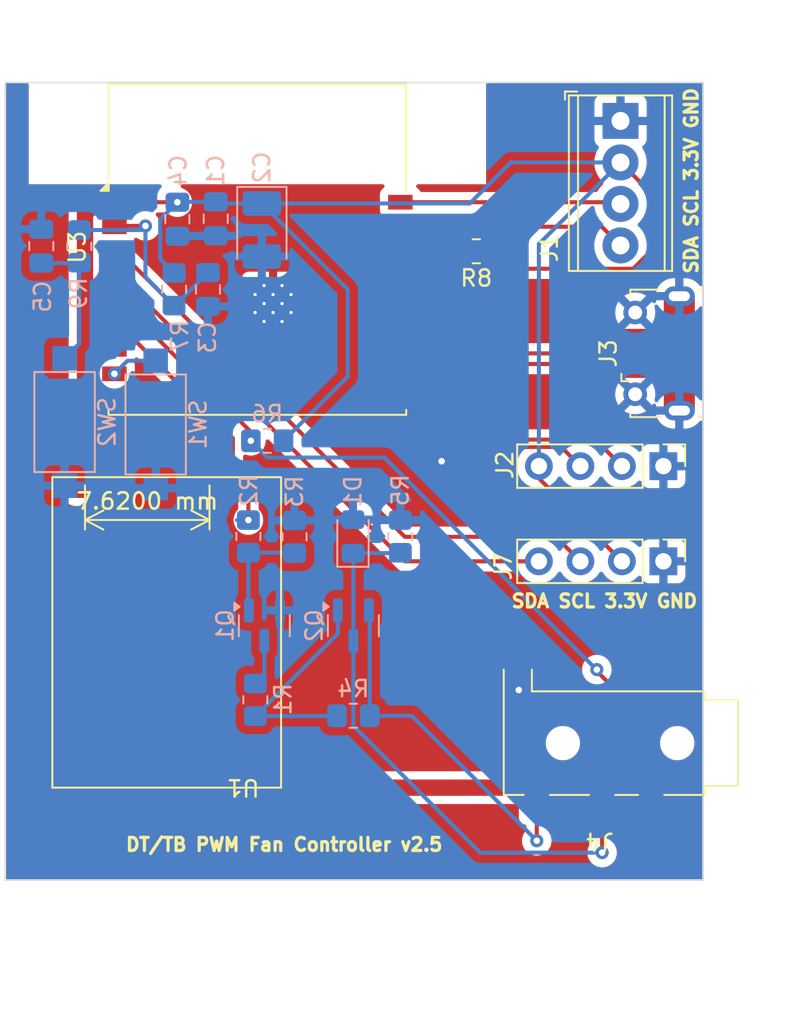
<source format=kicad_pcb>
(kicad_pcb (version 20240108) (generator "pcbnew") (generator_version "8.0")
  (layers (0 "F.Cu" signal) (31 "B.Cu" signal) (34 "B.Paste" user) (35 "F.Paste" user) (36 "B.SilkS" user "B.Silkscreen") (37 "F.SilkS" user "F.Silkscreen") (38 "B.Mask" user) (39 "F.Mask" user) (44 "Edge.Cuts" user))
  (net 0 "")
  (net 1 "Net-(D1-K)")
  (net 2 "GND")
  (net 3 "+10V")
  (net 4 "+3V3")
  (net 5 "EN")
  (net 6 "GPIO_PWM")
  (net 9 "Net-(C5-Pad1)")
  (net 10 "Net-(J2-Pin_3)")
  (net 11 "Tacho")
  (net 12 "Net-(J2-Pin_2)")
  (net 14 "GPIO18")
  (net 15 "GPIO19")
  (net 16 "Net-(Q1-B)")
  (net 17 "Net-(Q1-C)")
  (net 18 "Net-(Q2-G)")
  (net 19 "Net-(J1-Pin_3)")
  (net 20 "Net-(J1-Pin_4)")
  (net 21 "SCD41_SCL")
  (net 22 "SCD41_SCA")
  (net 23 "+5V")
  (net 24 "Net-(U3-IO2)")
  (net 25 "Net-(U3-IO9)")
  (footprint "TerminalBlock_Phoenix:TerminalBlock_Phoenix_MPT-0,5-4-2.54_1x04_P2.54mm_Horizontal" (layer "F.Cu") (at 110.675 48.35 -90)
    (property "Reference" "J1" (at 7.78 4.35 90) (layer "F.SilkS"))
    (property "Value" "Screw_Terminal_01x04")
    (fp_line (start -1.8 3.4) (end -1.3 3.4) (stroke (width 0.12)) (layer "F.SilkS"))
    (fp_line (start -1.56 3.16) (end 9.18 3.16) (stroke (width 0.12)) (layer "F.SilkS"))
    (fp_line (start -1.8 2.66) (end -1.8 3.4) (stroke (width 0.12)) (layer "F.SilkS"))
    (fp_line (start -1.56 2.6) (end 9.18 2.6) (stroke (width 0.12)) (layer "F.SilkS"))
    (fp_line (start -1.56 -2.7) (end 9.18 -2.7) (stroke (width 0.12)) (layer "F.SilkS"))
    (fp_line (start -1.56 -3.16) (end -1.56 3.16) (stroke (width 0.12)) (layer "F.SilkS"))
    (fp_line (start -1.56 -3.16) (end 9.18 -3.16) (stroke (width 0.12)) (layer "F.SilkS"))
    (fp_line (start 9.18 -3.16) (end 9.18 3.16) (stroke (width 0.12)) (layer "F.SilkS"))
    (pad "1" thru_hole rect (at 0 0 270) (size 2.2 2.2) (drill 1.1) (layers "*.Cu" "*.Mask") (net 2 "GND"))
    (pad "2" thru_hole circle (at 2.54 0 270) (size 2.2 2.2) (drill 1.1) (layers "*.Cu" "*.Mask") (net 4 "+3V3"))
    (pad "3" thru_hole circle (at 5.08 0 270) (size 2.2 2.2) (drill 1.1) (layers "*.Cu" "*.Mask") (net 19 "Net-(J1-Pin_3)"))
    (pad "4" thru_hole circle (at 7.62 0 270) (size 2.2 2.2) (drill 1.1) (layers "*.Cu" "*.Mask") (net 20 "Net-(J1-Pin_4)"))
  )
  (footprint "Connector_PinHeader_2.54mm:PinHeader_1x04_P2.54mm_Vertical" (layer "F.Cu") (at 113.3 75.3 -90)
    (property "Reference" "J7" (at 0.3 9.8 90) (layer "F.SilkS"))
    (property "Value" "Conn_01x04")
    (fp_line (start -1.33 8.95) (end 1.33 8.95) (stroke (width 0.12)) (layer "F.SilkS"))
    (fp_line (start -1.33 1.27) (end -1.33 8.95) (stroke (width 0.12)) (layer "F.SilkS"))
    (fp_line (start -1.33 1.27) (end 1.33 1.27) (stroke (width 0.12)) (layer "F.SilkS"))
    (fp_line (start 1.33 1.27) (end 1.33 8.95) (stroke (width 0.12)) (layer "F.SilkS"))
    (fp_line (start -1.33 0) (end -1.33 -1.33) (stroke (width 0.12)) (layer "F.SilkS"))
    (fp_line (start -1.33 -1.33) (end 0 -1.33) (stroke (width 0.12)) (layer "F.SilkS"))
    (pad "1" thru_hole rect (at 0 0 270) (size 1.7 1.7) (drill 1) (layers "*.Cu" "*.Mask") (net 2 "GND"))
    (pad "2" thru_hole oval (at 0 2.54 270) (size 1.7 1.7) (drill 1) (layers "*.Cu" "*.Mask") (net 4 "+3V3"))
    (pad "3" thru_hole oval (at 0 5.08 270) (size 1.7 1.7) (drill 1) (layers "*.Cu" "*.Mask") (net 21 "SCD41_SCL"))
    (pad "4" thru_hole oval (at 0 7.62 270) (size 1.7 1.7) (drill 1) (layers "*.Cu" "*.Mask") (net 22 "SCD41_SCA"))
  )
  (footprint "Connector_Audio:Jack_3.5mm_KoreanHropartsElec_PJ-320D-4A_Horizontal" (layer "F.Cu") (at 109.4 86.425 180)
    (property "Reference" "J4" (at 0 -6 180) (layer "F.SilkS"))
    (property "Value" "AudioJack4")
    (fp_line (start 5.87 -3.17) (end 5.87 4.5) (stroke (width 0.12)) (layer "F.SilkS"))
    (fp_line (start 5.87 -3.17) (end 4.65 -3.17) (stroke (width 0.12)) (layer "F.SilkS"))
    (fp_line (start 4.15 4.5) (end 4.15 3.17) (stroke (width 0.12)) (layer "F.SilkS"))
    (fp_line (start 4.15 3.17) (end -6.47 3.17) (stroke (width 0.12)) (layer "F.SilkS"))
    (fp_line (start 0.65 -3.17) (end 3.05 -3.17) (stroke (width 0.12)) (layer "F.SilkS"))
    (fp_line (start -2.35 -3.17) (end -0.95 -3.17) (stroke (width 0.12)) (layer "F.SilkS"))
    (fp_line (start -6.47 3.17) (end -6.47 2.62) (stroke (width 0.12)) (layer "F.SilkS"))
    (fp_line (start -6.47 2.62) (end -8.47 2.62) (stroke (width 0.12)) (layer "F.SilkS"))
    (fp_line (start -6.47 -2.62) (end -6.47 -3.17) (stroke (width 0.12)) (layer "F.SilkS"))
    (fp_line (start -6.47 -3.17) (end -3.95 -3.17) (stroke (width 0.12)) (layer "F.SilkS"))
    (fp_line (start -8.47 2.62) (end -8.47 -2.62) (stroke (width 0.12)) (layer "F.SilkS"))
    (fp_line (start -8.47 -2.62) (end -6.47 -2.62) (stroke (width 0.12)) (layer "F.SilkS"))
    (pad "" np_thru_hole circle (at -4.75 0 180) (size 1.6 1.6) (drill 1.6) (layers "F&B.Cu" "*.Mask"))
    (pad "" np_thru_hole circle (at 2.25 0 180) (size 1.6 1.6) (drill 1.6) (layers "F&B.Cu" "*.Mask"))
    (pad "R1" smd rect (at -0.15 -3.25 180) (size 1.2 2.5) (layers "F.Cu" "F.Paste" "F.Mask") (net 1 "Net-(D1-K)"))
    (pad "R2" smd rect (at -3.15 -3.25 180) (size 1.2 2.5) (layers "F.Cu" "F.Paste" "F.Mask") (net 11 "Tacho"))
    (pad "S" smd rect (at 4.95 3.25 180) (size 1.2 2.5) (layers "F.Cu" "F.Paste" "F.Mask") (net 2 "GND"))
    (pad "T" smd rect (at 3.85 -3.25 180) (size 1.2 2.5) (layers "F.Cu" "F.Paste" "F.Mask") (net 3 "+10V"))
  )
  (footprint "A_LOCAL_LIBS:Buck-Boost-Converter-Board-3.3V" (layer "F.Cu") (at 89.9 89.15 180)
    (property "Reference" "U1" (at 2.325 0 180) (layer "F.SilkS"))
    (property "Value" "~")
    (fp_rect (start 0 0) (end 14 19) (stroke (width 0.12)) (fill none) (layer "F.SilkS"))
    (dimension (type aligned) (layer "F.SilkS") (pts (xy 85.52 70.15) (xy 77.9 70.15)) (height -2.62) (gr_text "7.6200 mm" (at 81.71 71.62 0) (layer "F.SilkS") (effects (font (size 1 1) (thickness 0.15)))) (format (prefix "") (suffix "") (units 3) (units_format 1) (precision 4)) (style (thickness 0.12) (arrow_length 1.27) (text_position_mode 0) (extension_height 0.58642) (extension_offset 0.5) keep_text_aligned))
    (pad "1" smd roundrect (at 1.75 0 180) (size 2 2.54) (layers "F.Cu" "F.Paste" "F.Mask") (net 3 "+10V"))
    (pad "2" smd roundrect (at 4.38 0 180) (size 2 2.54) (layers "F.Cu" "F.Paste" "F.Mask") (net 3 "+10V"))
    (pad "3" smd roundrect (at 12 0 180) (size 2 2.54) (layers "F.Cu" "F.Paste" "F.Mask") (net 2 "GND"))
    (pad "4" smd roundrect (at 4.38 19 180) (size 2 2.54) (layers "F.Cu" "F.Paste" "F.Mask") (net 2 "GND"))
    (pad "5" smd roundrect (at 12 19 180) (size 2 2.54) (layers "F.Cu" "F.Paste" "F.Mask") (net 4 "+3V3"))
  )
  (footprint "Connector_USB:USB_Micro-B_Molex-105017-0001" (layer "F.Cu") (at 113.0375 62.575 90)
    (property "Reference" "J3" (at 0 -3.1125 90) (layer "F.SilkS"))
    (property "Value" "USB_OTG")
    (fp_line (start -1.7 -2.3125) (end -1.25 -2.3125) (stroke (width 0.12)) (layer "F.SilkS"))
    (fp_line (start -1.7 -2.3125) (end -1.7 -1.8625) (stroke (width 0.12)) (layer "F.SilkS"))
    (fp_line (start 3.9 -1.7625) (end 3.45 -1.7625) (stroke (width 0.12)) (layer "F.SilkS"))
    (fp_line (start -3.9 -1.7625) (end -3.45 -1.7625) (stroke (width 0.12)) (layer "F.SilkS"))
    (fp_line (start 3.9 0.0875) (end 3.9 -1.7625) (stroke (width 0.12)) (layer "F.SilkS"))
    (fp_line (start -3.9 0.0875) (end -3.9 -1.7625) (stroke (width 0.12)) (layer "F.SilkS"))
    (fp_line (start 3.9 2.6375) (end 3.9 2.3875) (stroke (width 0.12)) (layer "F.SilkS"))
    (fp_line (start -3.9 2.6375) (end -3.9 2.3875) (stroke (width 0.12)) (layer "F.SilkS"))
    (pad "1" smd rect (at -1.3 -1.4625 90) (size 0.4 1.35) (layers "F.Cu" "F.Paste" "F.Mask") (net 23 "+5V"))
    (pad "2" smd rect (at -0.65 -1.4625 90) (size 0.4 1.35) (layers "F.Cu" "F.Paste" "F.Mask") (net 14 "GPIO18"))
    (pad "3" smd rect (at 0 -1.4625 90) (size 0.4 1.35) (layers "F.Cu" "F.Paste" "F.Mask") (net 15 "GPIO19"))
    (pad "4" smd rect (at 0.65 -1.4625 90) (size 0.4 1.35) (layers "F.Cu" "F.Paste" "F.Mask"))
    (pad "5" smd rect (at 1.3 -1.4625 90) (size 0.4 1.35) (layers "F.Cu" "F.Paste" "F.Mask") (net 2 "GND"))
    (pad "6" thru_hole oval (at -3.5 1.2375 270) (size 1.2 1.9) (drill oval 0.6 1.3) (layers "*.Cu" "*.Mask") (net 2 "GND"))
    (pad "6" smd rect (at -2.9 1.2375 90) (size 1.2 1.9) (layers "F.Cu" "F.Mask") (net 2 "GND"))
    (pad "6" thru_hole circle (at -2.5 -1.4625 90) (size 1.45 1.45) (drill 0.85) (layers "*.Cu" "*.Mask") (net 2 "GND"))
    (pad "6" smd rect (at -1 1.2375 90) (size 1.5 1.9) (layers "F.Cu" "F.Paste" "F.Mask") (net 2 "GND"))
    (pad "6" smd rect (at 1 1.2375 90) (size 1.5 1.9) (layers "F.Cu" "F.Paste" "F.Mask") (net 2 "GND"))
    (pad "6" thru_hole circle (at 2.5 -1.4625 90) (size 1.45 1.45) (drill 0.85) (layers "*.Cu" "*.Mask") (net 2 "GND"))
    (pad "6" smd rect (at 2.9 1.2375 90) (size 1.2 1.9) (layers "F.Cu" "F.Mask") (net 2 "GND"))
    (pad "6" thru_hole oval (at 3.5 1.2375 90) (size 1.2 1.9) (drill oval 0.6 1.3) (layers "*.Cu" "*.Mask") (net 2 "GND"))
  )
  (footprint "RF_Module:ESP32-C3-WROOM-02" (layer "F.Cu") (at 88.45 59.325)
    (property "Reference" "U3" (at -11.025 -3.245 90) (layer "F.SilkS"))
    (property "Value" "ESP32-C3-WROOM-02")
    (fp_line (start -9.11 -13.21) (end -9.11 -7.4) (stroke (width 0.12)) (layer "F.SilkS"))
    (fp_line (start -9.11 -13.21) (end 9.11 -13.21) (stroke (width 0.12)) (layer "F.SilkS"))
    (fp_line (start -9.11 6.71) (end -9.11 7.01) (stroke (width 0.12)) (layer "F.SilkS"))
    (fp_line (start -9.11 7.01) (end 9.11 7.01) (stroke (width 0.12)) (layer "F.SilkS"))
    (fp_line (start 9.11 -13.21) (end 9.11 -6.71) (stroke (width 0.12)) (layer "F.SilkS"))
    (fp_line (start 9.11 6.71) (end 9.11 7.01) (stroke (width 0.12)) (layer "F.SilkS"))
    (fp_poly (pts (xy -9.1 -6.7) (xy -9.6 -6.7) (xy -9.1 -7.2) (xy -9.1 -6.7)) (stroke (width 0.12)) (fill solid) (layer "F.SilkS"))
    (pad "1" smd rect (at -8.75 -6) (size 1.5 0.9) (layers "F.Cu" "F.Paste" "F.Mask") (net 4 "+3V3"))
    (pad "2" smd rect (at -8.75 -4.5) (size 1.5 0.9) (layers "F.Cu" "F.Paste" "F.Mask") (net 5 "EN"))
    (pad "3" smd rect (at -8.75 -3) (size 1.5 0.9) (layers "F.Cu" "F.Paste" "F.Mask") (net 21 "SCD41_SCL"))
    (pad "4" smd rect (at -8.75 -1.5) (size 1.5 0.9) (layers "F.Cu" "F.Paste" "F.Mask") (net 22 "SCD41_SCA"))
    (pad "5" smd rect (at -8.75 0) (size 1.5 0.9) (layers "F.Cu" "F.Paste" "F.Mask") (net 11 "Tacho"))
    (pad "6" smd rect (at -8.75 1.5) (size 1.5 0.9) (layers "F.Cu" "F.Paste" "F.Mask") (net 6 "GPIO_PWM"))
    (pad "7" smd rect (at -8.75 3) (size 1.5 0.9) (layers "F.Cu" "F.Paste" "F.Mask"))
    (pad "8" smd rect (at -8.75 4.5) (size 1.5 0.9) (layers "F.Cu" "F.Paste" "F.Mask") (net 25 "Net-(U3-IO9)"))
    (pad "9" smd rect (at -8.75 6) (size 1.5 0.9) (layers "F.Cu" "F.Paste" "F.Mask") (net 2 "GND"))
    (pad "10" smd rect (at 8.75 6) (size 1.5 0.9) (layers "F.Cu" "F.Paste" "F.Mask"))
    (pad "11" smd rect (at 8.75 4.5) (size 1.5 0.9) (layers "F.Cu" "F.Paste" "F.Mask") (net 10 "Net-(J2-Pin_3)"))
    (pad "12" smd rect (at 8.75 3) (size 1.5 0.9) (layers "F.Cu" "F.Paste" "F.Mask") (net 12 "Net-(J2-Pin_2)"))
    (pad "13" smd rect (at 8.75 1.5) (size 1.5 0.9) (layers "F.Cu" "F.Paste" "F.Mask") (net 14 "GPIO18"))
    (pad "14" smd rect (at 8.75 0) (size 1.5 0.9) (layers "F.Cu" "F.Paste" "F.Mask") (net 15 "GPIO19"))
    (pad "15" smd rect (at 8.75 -1.5) (size 1.5 0.9) (layers "F.Cu" "F.Paste" "F.Mask"))
    (pad "16" smd rect (at 8.75 -3) (size 1.5 0.9) (layers "F.Cu" "F.Paste" "F.Mask") (net 24 "Net-(U3-IO2)"))
    (pad "17" smd rect (at 8.75 -4.5) (size 1.5 0.9) (layers "F.Cu" "F.Paste" "F.Mask") (net 20 "Net-(J1-Pin_4)"))
    (pad "18" smd rect (at 8.75 -6) (size 1.5 0.9) (layers "F.Cu" "F.Paste" "F.Mask") (net 19 "Net-(J1-Pin_3)"))
    (pad "19" thru_hole circle (at -0.14 -0.35) (size 0.6 0.6) (drill 0.2) (property pad_prop_heatsink) (layers "*.Cu" "F.Mask") (net 2 "GND"))
    (pad "19" thru_hole circle (at -0.14 0.75) (size 0.6 0.6) (drill 0.2) (property pad_prop_heatsink) (layers "*.Cu" "F.Mask") (net 2 "GND"))
    (pad "19" thru_hole circle (at 0.41 -0.9) (size 0.6 0.6) (drill 0.2) (property pad_prop_heatsink) (layers "*.Cu" "F.Mask") (net 2 "GND"))
    (pad "19" thru_hole circle (at 0.41 0.2) (size 0.6 0.6) (drill 0.2) (property pad_prop_heatsink) (layers "*.Cu" "F.Mask") (net 2 "GND"))
    (pad "19" thru_hole circle (at 0.41 1.3) (size 0.6 0.6) (drill 0.2) (property pad_prop_heatsink) (layers "*.Cu" "F.Mask") (net 2 "GND"))
    (pad "19" thru_hole circle (at 0.96 -0.35) (size 0.6 0.6) (drill 0.2) (property pad_prop_heatsink) (layers "*.Cu" "F.Mask") (net 2 "GND"))
    (pad "19" smd rect (at 0.96 0.2) (size 2.9 2.9) (layers "F.Cu" "F.Mask") (net 2 "GND"))
    (pad "19" thru_hole circle (at 0.96 0.75) (size 0.6 0.6) (drill 0.2) (property pad_prop_heatsink) (layers "*.Cu" "F.Mask") (net 2 "GND"))
    (pad "19" thru_hole circle (at 1.51 -0.9) (size 0.6 0.6) (drill 0.2) (property pad_prop_heatsink) (layers "*.Cu" "F.Mask") (net 2 "GND"))
    (pad "19" thru_hole circle (at 1.51 0.2) (size 0.6 0.6) (drill 0.2) (property pad_prop_heatsink) (layers "*.Cu" "F.Mask") (net 2 "GND"))
    (pad "19" thru_hole circle (at 1.51 1.3) (size 0.6 0.6) (drill 0.2) (property pad_prop_heatsink) (layers "*.Cu" "F.Mask") (net 2 "GND"))
    (pad "19" thru_hole circle (at 2.06 -0.35) (size 0.6 0.6) (drill 0.2) (property pad_prop_heatsink) (layers "*.Cu" "F.Mask") (net 2 "GND"))
    (pad "19" thru_hole circle (at 2.06 0.75) (size 0.6 0.6) (drill 0.2) (property pad_prop_heatsink) (layers "*.Cu" "F.Mask") (net 2 "GND"))
    (zone (net 0) (net_name "") (layers "*.Cu") (connect_pads (clearance 0)) (min_thickness 0.254)
      (keepout (tracks not_allowed) (vias not_allowed) (pads not_allowed) (copperpour not_allowed) (footprints not_allowed))
      (fill (thermal_gap 0.508) (thermal_bridge_width 0.508))
      (polygon (pts (xy 74.45 52.225) (xy 102.45 52.225) (xy 102.45 41.225) (xy 74.45 41.225)))
    )
  )
  (footprint "Connector_PinHeader_2.54mm:PinHeader_1x04_P2.54mm_Vertical" (layer "F.Cu") (at 113.3 69.475 -90)
    (property "Reference" "J2" (at -0.075 9.7 90) (layer "F.SilkS"))
    (property "Value" "Conn_01x04")
    (fp_line (start -1.33 8.95) (end 1.33 8.95) (stroke (width 0.12)) (layer "F.SilkS"))
    (fp_line (start -1.33 1.27) (end -1.33 8.95) (stroke (width 0.12)) (layer "F.SilkS"))
    (fp_line (start -1.33 1.27) (end 1.33 1.27) (stroke (width 0.12)) (layer "F.SilkS"))
    (fp_line (start 1.33 1.27) (end 1.33 8.95) (stroke (width 0.12)) (layer "F.SilkS"))
    (fp_line (start -1.33 0) (end -1.33 -1.33) (stroke (width 0.12)) (layer "F.SilkS"))
    (fp_line (start -1.33 -1.33) (end 0 -1.33) (stroke (width 0.12)) (layer "F.SilkS"))
    (pad "1" thru_hole rect (at 0 0 270) (size 1.7 1.7) (drill 1) (layers "*.Cu" "*.Mask") (net 2 "GND"))
    (pad "2" thru_hole oval (at 0 2.54 270) (size 1.7 1.7) (drill 1) (layers "*.Cu" "*.Mask") (net 12 "Net-(J2-Pin_2)"))
    (pad "3" thru_hole oval (at 0 5.08 270) (size 1.7 1.7) (drill 1) (layers "*.Cu" "*.Mask") (net 10 "Net-(J2-Pin_3)"))
    (pad "4" thru_hole oval (at 0 7.62 270) (size 1.7 1.7) (drill 1) (layers "*.Cu" "*.Mask") (net 4 "+3V3"))
  )
  (footprint "Resistor_SMD:R_0805_2012Metric_Pad1.20x1.40mm_HandSolder" (layer "F.Cu") (at 101.85 56.325 180)
    (property "Reference" "R8" (at 0 -1.65 0) (layer "F.SilkS"))
    (property "Value" "10K")
    (fp_line (start -0.227064 0.735) (end 0.227064 0.735) (stroke (width 0.12)) (layer "F.SilkS"))
    (fp_line (start -0.227064 -0.735) (end 0.227064 -0.735) (stroke (width 0.12)) (layer "F.SilkS"))
    (pad "1" smd roundrect (at -1 0 180) (size 1.2 1.4) (layers "F.Cu" "F.Paste" "F.Mask") (roundrect_rratio 0.208333) (net 4 "+3V3"))
    (pad "2" smd roundrect (at 1 0 180) (size 1.2 1.4) (layers "F.Cu" "F.Paste" "F.Mask") (roundrect_rratio 0.208333) (net 24 "Net-(U3-IO2)"))
  )
  (footprint "Resistor_SMD:R_0805_2012Metric_Pad1.20x1.40mm_HandSolder" (layer "B.Cu") (at 83.35 58.65 -90)
    (property "Reference" "R7" (at 2.85 -0.35 90) (layer "B.SilkS") (effects (justify mirror)))
    (property "Value" "10K")
    (fp_line (start 0.227064 0.735) (end -0.227064 0.735) (stroke (width 0.12)) (layer "B.SilkS"))
    (fp_line (start 0.227064 -0.735) (end -0.227064 -0.735) (stroke (width 0.12)) (layer "B.SilkS"))
    (pad "1" smd roundrect (at -1 0 270) (size 1.2 1.4) (layers "B.Cu" "B.Paste" "B.Mask") (roundrect_rratio 0.208333) (net 4 "+3V3"))
    (pad "2" smd roundrect (at 1 0 270) (size 1.2 1.4) (layers "B.Cu" "B.Paste" "B.Mask") (roundrect_rratio 0.208333) (net 5 "EN"))
  )
  (footprint "Package_TO_SOT_SMD:SOT-23" (layer "B.Cu") (at 94.325 79.2375 -90)
    (property "Reference" "Q2" (at 0 2.4 90) (layer "B.SilkS") (effects (justify mirror)))
    (property "Value" "BSS84")
    (fp_line (start -0.65 1.56) (end 0 1.56) (stroke (width 0.12)) (layer "B.SilkS"))
    (fp_line (start 0.65 1.56) (end 0 1.56) (stroke (width 0.12)) (layer "B.SilkS"))
    (fp_line (start -0.65 -1.56) (end 0 -1.56) (stroke (width 0.12)) (layer "B.SilkS"))
    (fp_line (start 0.65 -1.56) (end 0 -1.56) (stroke (width 0.12)) (layer "B.SilkS"))
    (fp_poly (pts (xy -1.1625 1.51) (xy -1.4025 1.84) (xy -0.9225 1.84) (xy -1.1625 1.51)) (stroke (width 0.12)) (fill solid) (layer "B.SilkS"))
    (pad "1" smd roundrect (at -0.9375 0.95 270) (size 1.475 0.6) (layers "B.Cu" "B.Paste" "B.Mask") (net 18 "Net-(Q2-G)"))
    (pad "2" smd roundrect (at -0.9375 -0.95 270) (size 1.475 0.6) (layers "B.Cu" "B.Paste" "B.Mask") (net 3 "+10V"))
    (pad "3" smd roundrect (at 0.9375 0 270) (size 1.475 0.6) (layers "B.Cu" "B.Paste" "B.Mask") (net 1 "Net-(D1-K)"))
  )
  (footprint "Resistor_SMD:R_0805_2012Metric_Pad1.20x1.40mm_HandSolder" (layer "B.Cu") (at 77.55 56.025 -90)
    (property "Reference" "R9" (at 2.875 0.05 90) (layer "B.SilkS") (effects (justify mirror)))
    (property "Value" "1K")
    (fp_line (start 0.227064 0.735) (end -0.227064 0.735) (stroke (width 0.12)) (layer "B.SilkS"))
    (fp_line (start 0.227064 -0.735) (end -0.227064 -0.735) (stroke (width 0.12)) (layer "B.SilkS"))
    (pad "1" smd roundrect (at -1 0 270) (size 1.2 1.4) (layers "B.Cu" "B.Paste" "B.Mask") (roundrect_rratio 0.208333) (net 5 "EN"))
    (pad "2" smd roundrect (at 1 0 270) (size 1.2 1.4) (layers "B.Cu" "B.Paste" "B.Mask") (roundrect_rratio 0.208333) (net 9 "Net-(C5-Pad1)"))
  )
  (footprint "Capacitor_Tantalum_SMD:CP_EIA-3528-12_Kemet-T_Pad1.50x2.35mm_HandSolder" (layer "B.Cu") (at 88.725 55.025 -90)
    (property "Reference" "C2" (at -3.825 0 90) (layer "B.SilkS") (effects (justify mirror)))
    (property "Value" "100uF")
    (fp_line (start -2.635 1.51) (end 1.75 1.51) (stroke (width 0.12)) (layer "B.SilkS"))
    (fp_line (start -2.635 -1.51) (end -2.635 1.51) (stroke (width 0.12)) (layer "B.SilkS"))
    (fp_line (start 1.75 -1.51) (end -2.635 -1.51) (stroke (width 0.12)) (layer "B.SilkS"))
    (pad "1" smd roundrect (at -1.625 0 270) (size 1.5 2.35) (layers "B.Cu" "B.Paste" "B.Mask") (roundrect_rratio 0.166667) (net 4 "+3V3"))
    (pad "2" smd roundrect (at 1.625 0 270) (size 1.5 2.35) (layers "B.Cu" "B.Paste" "B.Mask") (roundrect_rratio 0.166667) (net 2 "GND"))
  )
  (footprint "Resistor_SMD:R_0805_2012Metric_Pad1.20x1.40mm_HandSolder" (layer "B.Cu") (at 97.2 73.775 90)
    (property "Reference" "R5" (at 2.825 0 90) (layer "B.SilkS") (effects (justify mirror)))
    (property "Value" "10K")
    (fp_line (start 0.227064 -0.735) (end -0.227064 -0.735) (stroke (width 0.12)) (layer "B.SilkS"))
    (fp_line (start 0.227064 0.735) (end -0.227064 0.735) (stroke (width 0.12)) (layer "B.SilkS"))
    (pad "1" smd roundrect (at -1 0 90) (size 1.2 1.4) (layers "B.Cu" "B.Paste" "B.Mask") (roundrect_rratio 0.2083333333) (net 1 "Net-(D1-K)"))
    (pad "2" smd roundrect (at 1 0 90) (size 1.2 1.4) (layers "B.Cu" "B.Paste" "B.Mask") (roundrect_rratio 0.2083333333) (net 2 "GND"))
  )
  (footprint "Capacitor_SMD:C_0805_2012Metric_Pad1.18x1.45mm_HandSolder" (layer "B.Cu") (at 75.225 56.0125 90)
    (property "Reference" "C5" (at -3.0875 0.075 90) (layer "B.SilkS") (effects (justify mirror)))
    (property "Value" "0.1uF")
    (fp_line (start 0.261252 -0.735) (end -0.261252 -0.735) (stroke (width 0.12)) (layer "B.SilkS"))
    (fp_line (start 0.261252 0.735) (end -0.261252 0.735) (stroke (width 0.12)) (layer "B.SilkS"))
    (pad "1" smd roundrect (at -1.0375 0 90) (size 1.175 1.45) (layers "B.Cu" "B.Paste" "B.Mask") (roundrect_rratio 0.212766) (net 9 "Net-(C5-Pad1)"))
    (pad "2" smd roundrect (at 1.0375 0 90) (size 1.175 1.45) (layers "B.Cu" "B.Paste" "B.Mask") (roundrect_rratio 0.212766) (net 2 "GND"))
  )
  (footprint "Capacitor_SMD:C_0805_2012Metric_Pad1.18x1.45mm_HandSolder" (layer "B.Cu") (at 85.425 58.6625 -90)
    (property "Reference" "C3" (at 2.9375 0.025 90) (layer "B.SilkS") (effects (justify mirror)))
    (property "Value" "1uF")
    (fp_line (start 0.261252 0.735) (end -0.261252 0.735) (stroke (width 0.12)) (layer "B.SilkS"))
    (fp_line (start 0.261252 -0.735) (end -0.261252 -0.735) (stroke (width 0.12)) (layer "B.SilkS"))
    (pad "1" smd roundrect (at -1.0375 0 270) (size 1.175 1.45) (layers "B.Cu" "B.Paste" "B.Mask") (roundrect_rratio 0.212766) (net 5 "EN"))
    (pad "2" smd roundrect (at 1.0375 0 270) (size 1.175 1.45) (layers "B.Cu" "B.Paste" "B.Mask") (roundrect_rratio 0.212766) (net 2 "GND"))
  )
  (footprint "Resistor_SMD:R_0805_2012Metric_Pad1.20x1.40mm_HandSolder" (layer "B.Cu") (at 87.9 73.775 -90)
    (property "Reference" "R2" (at -2.8 -0.025 90) (layer "B.SilkS") (effects (justify mirror)))
    (property "Value" "2.2k")
    (fp_line (start 0.227064 0.735) (end -0.227064 0.735) (stroke (width 0.12)) (layer "B.SilkS"))
    (fp_line (start 0.227064 -0.735) (end -0.227064 -0.735) (stroke (width 0.12)) (layer "B.SilkS"))
    (pad "1" smd roundrect (at -1 0 270) (size 1.2 1.4) (layers "B.Cu" "B.Paste" "B.Mask") (roundrect_rratio 0.2083333333) (net 6 "GPIO_PWM"))
    (pad "2" smd roundrect (at 1 0 270) (size 1.2 1.4) (layers "B.Cu" "B.Paste" "B.Mask") (roundrect_rratio 0.2083333333) (net 16 "Net-(Q1-B)"))
  )
  (footprint "Resistor_SMD:R_0805_2012Metric_Pad1.20x1.40mm_HandSolder" (layer "B.Cu") (at 88.325 83.775 90)
    (property "Reference" "R1" (at 0.035 1.695 90) (layer "B.SilkS") (effects (justify mirror)))
    (property "Value" "10K")
    (fp_line (start 0.227064 -0.735) (end -0.227064 -0.735) (stroke (width 0.12)) (layer "B.SilkS"))
    (fp_line (start 0.227064 0.735) (end -0.227064 0.735) (stroke (width 0.12)) (layer "B.SilkS"))
    (pad "1" smd roundrect (at -1 0 90) (size 1.2 1.4) (layers "B.Cu" "B.Paste" "B.Mask") (roundrect_rratio 0.2083333333) (net 18 "Net-(Q2-G)"))
    (pad "2" smd roundrect (at 1 0 90) (size 1.2 1.4) (layers "B.Cu" "B.Paste" "B.Mask") (roundrect_rratio 0.2083333333) (net 17 "Net-(Q1-C)"))
  )
  (footprint "Package_TO_SOT_SMD:SOT-23" (layer "B.Cu") (at 88.875 79.2375 -90)
    (property "Reference" "Q1" (at 0 2.4 90) (layer "B.SilkS") (effects (justify mirror)))
    (property "Value" "MMBT3904")
    (fp_line (start -0.65 1.56) (end 0 1.56) (stroke (width 0.12)) (layer "B.SilkS"))
    (fp_line (start 0.65 1.56) (end 0 1.56) (stroke (width 0.12)) (layer "B.SilkS"))
    (fp_line (start -0.65 -1.56) (end 0 -1.56) (stroke (width 0.12)) (layer "B.SilkS"))
    (fp_line (start 0.65 -1.56) (end 0 -1.56) (stroke (width 0.12)) (layer "B.SilkS"))
    (fp_poly (pts (xy -1.1625 1.51) (xy -1.4025 1.84) (xy -0.9225 1.84) (xy -1.1625 1.51)) (stroke (width 0.12)) (fill solid) (layer "B.SilkS"))
    (pad "1" smd roundrect (at -0.9375 0.95 270) (size 1.475 0.6) (layers "B.Cu" "B.Paste" "B.Mask") (net 16 "Net-(Q1-B)"))
    (pad "2" smd roundrect (at -0.9375 -0.95 270) (size 1.475 0.6) (layers "B.Cu" "B.Paste" "B.Mask") (net 2 "GND"))
    (pad "3" smd roundrect (at 0.9375 0 270) (size 1.475 0.6) (layers "B.Cu" "B.Paste" "B.Mask") (net 17 "Net-(Q1-C)"))
  )
  (footprint "Capacitor_SMD:C_0805_2012Metric_Pad1.18x1.45mm_HandSolder" (layer "B.Cu") (at 85.9 54.3375 -90)
    (property "Reference" "C1" (at -2.9375 0 90) (layer "B.SilkS") (effects (justify mirror)))
    (property "Value" "10uF")
    (fp_line (start 0.261252 0.735) (end -0.261252 0.735) (stroke (width 0.12)) (layer "B.SilkS"))
    (fp_line (start 0.261252 -0.735) (end -0.261252 -0.735) (stroke (width 0.12)) (layer "B.SilkS"))
    (pad "1" smd roundrect (at -1.0375 0 270) (size 1.175 1.45) (layers "B.Cu" "B.Paste" "B.Mask") (roundrect_rratio 0.212766) (net 4 "+3V3"))
    (pad "2" smd roundrect (at 1.0375 0 270) (size 1.175 1.45) (layers "B.Cu" "B.Paste" "B.Mask") (roundrect_rratio 0.212766) (net 2 "GND"))
  )
  (footprint "Button_Switch_SMD:SW_SPST_CK_RS282G05A3" (layer "B.Cu") (at 76.65 66.775 90)
    (property "Reference" "SW2" (at 0 2.6 90) (layer "B.SilkS") (effects (justify mirror)))
    (property "Value" "SW_Push")
    (fp_line (start 3.06 -1.85) (end 3.06 1.85) (stroke (width 0.12)) (layer "B.SilkS"))
    (fp_line (start -3.06 -1.85) (end 3.06 -1.85) (stroke (width 0.12)) (layer "B.SilkS"))
    (fp_line (start 3.06 1.85) (end -3.06 1.85) (stroke (width 0.12)) (layer "B.SilkS"))
    (fp_line (start -3.06 1.85) (end -3.06 -1.85) (stroke (width 0.12)) (layer "B.SilkS"))
    (pad "1" smd rect (at -3.9 0 90) (size 1.5 1.5) (layers "B.Cu" "B.Paste" "B.Mask") (net 2 "GND"))
    (pad "2" smd rect (at 3.9 0 90) (size 1.5 1.5) (layers "B.Cu" "B.Paste" "B.Mask") (net 9 "Net-(C5-Pad1)"))
  )
  (footprint "Capacitor_SMD:C_0805_2012Metric_Pad1.18x1.45mm_HandSolder" (layer "B.Cu") (at 83.55 54.3625 -90)
    (property "Reference" "C4" (at -2.9625 -0.05 90) (layer "B.SilkS") (effects (justify mirror)))
    (property "Value" "0.1uF")
    (fp_line (start 0.261252 0.735) (end -0.261252 0.735) (stroke (width 0.12)) (layer "B.SilkS"))
    (fp_line (start 0.261252 -0.735) (end -0.261252 -0.735) (stroke (width 0.12)) (layer "B.SilkS"))
    (pad "1" smd roundrect (at -1.0375 0 270) (size 1.175 1.45) (layers "B.Cu" "B.Paste" "B.Mask") (roundrect_rratio 0.212766) (net 4 "+3V3"))
    (pad "2" smd roundrect (at 1.0375 0 270) (size 1.175 1.45) (layers "B.Cu" "B.Paste" "B.Mask") (roundrect_rratio 0.212766) (net 2 "GND"))
  )
  (footprint "Resistor_SMD:R_0805_2012Metric_Pad1.20x1.40mm_HandSolder" (layer "B.Cu") (at 89.05 67.925 180)
    (property "Reference" "R6" (at 0 1.65 0) (layer "B.SilkS") (effects (justify mirror)))
    (property "Value" "10K")
    (fp_line (start 0.227064 0.735) (end -0.227064 0.735) (stroke (width 0.12)) (layer "B.SilkS"))
    (fp_line (start 0.227064 -0.735) (end -0.227064 -0.735) (stroke (width 0.12)) (layer "B.SilkS"))
    (pad "1" smd roundrect (at -1 0 180) (size 1.2 1.4) (layers "B.Cu" "B.Paste" "B.Mask") (roundrect_rratio 0.208333) (net 4 "+3V3"))
    (pad "2" smd roundrect (at 1 0 180) (size 1.2 1.4) (layers "B.Cu" "B.Paste" "B.Mask") (roundrect_rratio 0.208333) (net 11 "Tacho"))
  )
  (footprint "Resistor_SMD:R_0805_2012Metric_Pad1.20x1.40mm_HandSolder" (layer "B.Cu") (at 94.325 84.75 180)
    (property "Reference" "R4" (at 0 1.65 0) (layer "B.SilkS") (effects (justify mirror)))
    (property "Value" "3.3k")
    (fp_line (start 0.227064 0.735) (end -0.227064 0.735) (stroke (width 0.12)) (layer "B.SilkS"))
    (fp_line (start 0.227064 -0.735) (end -0.227064 -0.735) (stroke (width 0.12)) (layer "B.SilkS"))
    (pad "1" smd roundrect (at -1 0 180) (size 1.2 1.4) (layers "B.Cu" "B.Paste" "B.Mask") (roundrect_rratio 0.2083333333) (net 3 "+10V"))
    (pad "2" smd roundrect (at 1 0 180) (size 1.2 1.4) (layers "B.Cu" "B.Paste" "B.Mask") (roundrect_rratio 0.2083333333) (net 18 "Net-(Q2-G)"))
  )
  (footprint "Diode_SMD:D_0805_2012Metric_Pad1.15x1.40mm_HandSolder" (layer "B.Cu") (at 94.3 73.775 90)
    (property "Reference" "D1" (at 2.75 0 90) (layer "B.SilkS") (effects (justify mirror)))
    (property "Value" "D_Zener_Small")
    (fp_line (start 1 -0.96) (end -1.86 -0.96) (stroke (width 0.12)) (layer "B.SilkS"))
    (fp_line (start -1.86 -0.96) (end -1.86 0.96) (stroke (width 0.12)) (layer "B.SilkS"))
    (fp_line (start -1.86 0.96) (end 1 0.96) (stroke (width 0.12)) (layer "B.SilkS"))
    (pad "1" smd roundrect (at -1.025 0 90) (size 1.15 1.4) (layers "B.Cu" "B.Paste" "B.Mask") (roundrect_rratio 0.2173913043) (net 1 "Net-(D1-K)"))
    (pad "2" smd roundrect (at 1.025 0 90) (size 1.15 1.4) (layers "B.Cu" "B.Paste" "B.Mask") (roundrect_rratio 0.2173913043) (net 2 "GND"))
  )
  (footprint "Resistor_SMD:R_0805_2012Metric_Pad1.20x1.40mm_HandSolder" (layer "B.Cu") (at 90.725 73.8 90)
    (property "Reference" "R3" (at 2.775 0 90) (layer "B.SilkS") (effects (justify mirror)))
    (property "Value" "10K")
    (fp_line (start 0.227064 -0.735) (end -0.227064 -0.735) (stroke (width 0.12)) (layer "B.SilkS"))
    (fp_line (start 0.227064 0.735) (end -0.227064 0.735) (stroke (width 0.12)) (layer "B.SilkS"))
    (pad "1" smd roundrect (at -1 0 90) (size 1.2 1.4) (layers "B.Cu" "B.Paste" "B.Mask") (roundrect_rratio 0.2083333333) (net 16 "Net-(Q1-B)"))
    (pad "2" smd roundrect (at 1 0 90) (size 1.2 1.4) (layers "B.Cu" "B.Paste" "B.Mask") (roundrect_rratio 0.2083333333) (net 2 "GND"))
  )
  (footprint "Button_Switch_SMD:SW_SPST_CK_RS282G05A3" (layer "B.Cu") (at 82.225 66.925 90)
    (property "Reference" "SW1" (at 0 2.6 -90) (layer "B.SilkS") (effects (justify mirror)))
    (property "Value" "SW_Push")
    (fp_line (start 3.06 -1.85) (end 3.06 1.85) (stroke (width 0.12)) (layer "B.SilkS"))
    (fp_line (start -3.06 -1.85) (end 3.06 -1.85) (stroke (width 0.12)) (layer "B.SilkS"))
    (fp_line (start 3.06 1.85) (end -3.06 1.85) (stroke (width 0.12)) (layer "B.SilkS"))
    (fp_line (start -3.06 1.85) (end -3.06 -1.85) (stroke (width 0.12)) (layer "B.SilkS"))
    (pad "1" smd rect (at -3.9 0 90) (size 1.5 1.5) (layers "B.Cu" "B.Paste" "B.Mask") (net 2 "GND"))
    (pad "2" smd rect (at 3.9 0 90) (size 1.5 1.5) (layers "B.Cu" "B.Paste" "B.Mask") (net 25 "Net-(U3-IO9)"))
  )
  (gr_rect (start 73.025 46) (end 115.725 94.8) (stroke (width 0.1)) (fill none) (layer "Edge.Cuts"))
  (gr_text "DT/TB PWM Fan Controller v2.5" (at 80.3 93.1 0) (layer "F.SilkS") (effects (font (size 0.8 0.8) (thickness 0.2) (bold yes)) (justify left bottom)))
  (gr_text "SDA SCL 3.3V GND" (at 115.475 57.8 90) (layer "F.SilkS") (effects (font (size 0.8 0.8) (thickness 0.2) (bold yes)) (justify left bottom)))
  (gr_text "SDA SCL 3.3V GND" (at 103.9 78.2 0) (layer "F.SilkS") (effects (font (size 0.8 0.8) (thickness 0.2) (bold yes)) (justify left bottom)))
  (segment (start 109.55 93.125) (end 109.55 89.675) (width 0.25) (layer "F.Cu") (net 1))
  (via (at 109.55 93.125) (size 0.8) (drill 0.4) (layers "F.Cu" "B.Cu") (net 1))
  (segment (start 94.325 85.3701) (end 102.0799 93.125) (width 0.25) (layer "B.Cu") (net 1))
  (segment (start 94.325 80.175) (end 94.325 74.825) (width 0.25) (layer "B.Cu") (net 1))
  (segment (start 102.0799 93.125) (end 109.55 93.125) (width 0.25) (layer "B.Cu") (net 1))
  (segment (start 94.325 80.175) (end 94.325 85.3701) (width 0.25) (layer "B.Cu") (net 1))
  (segment (start 94.3 74.8) (end 97.175 74.8) (width 0.25) (layer "B.Cu") (net 1))
  (segment (start 94.325 74.825) (end 94.3 74.8) (width 0.25) (layer "B.Cu") (net 1))
  (segment (start 111.575 61.275) (end 109.425 61.275) (width 0.25) (layer "F.Cu") (net 2))
  (via (at 104.45 83.175) (size 0.8) (drill 0.4) (layers "F.Cu" "B.Cu") (net 2))
  (via (at 99.725 69.175) (size 0.8) (drill 0.4) (layers "F.Cu" "B.Cu") (net 2))
  (segment (start 105.55 92.4) (end 105.55 89.675) (width 0.25) (layer "F.Cu") (net 3))
  (segment (start 88.15 89.15) (end 105.025 89.15) (width 1) (layer "F.Cu") (net 3))
  (segment (start 105.025 89.15) (end 105.55 89.675) (width 1) (layer "F.Cu") (net 3))
  (segment (start 85.52 89.15) (end 88.15 89.15) (width 1) (layer "F.Cu") (net 3))
  (via (at 105.55 92.4) (size 0.8) (drill 0.4) (layers "F.Cu" "B.Cu") (net 3))
  (segment (start 97.9 84.75) (end 105.55 92.4) (width 0.25) (layer "B.Cu") (net 3))
  (segment (start 95.325 84.75) (end 95.325 78.35) (width 0.25) (layer "B.Cu") (net 3))
  (segment (start 95.325 84.75) (end 97.9 84.75) (width 0.25) (layer "B.Cu") (net 3))
  (segment (start 95.325 78.35) (end 95.275 78.3) (width 0.25) (layer "B.Cu") (net 3))
  (segment (start 112.625 56.225) (end 112.625 52.84) (width 0.25) (layer "F.Cu") (net 4))
  (segment (start 103.92 57.395) (end 111.455 57.395) (width 0.25) (layer "F.Cu") (net 4))
  (segment (start 77.9 54.025) (end 78.6 53.325) (width 1) (layer "F.Cu") (net 4))
  (segment (start 83.55 53.325) (end 79.7 53.325) (width 0.25) (layer "F.Cu") (net 4))
  (segment (start 105.68 70.22) (end 105.68 69.475) (width 0.25) (layer "F.Cu") (net 4))
  (segment (start 79.35 53.325) (end 79.7 53.325) (width 0.25) (layer "F.Cu") (net 4))
  (segment (start 111.455 57.395) (end 112.625 56.225) (width 0.25) (layer "F.Cu") (net 4))
  (segment (start 78.6 53.325) (end 79.7 53.325) (width 1) (layer "F.Cu") (net 4))
  (segment (start 112.625 52.84) (end 110.675 50.89) (width 0.25) (layer "F.Cu") (net 4))
  (segment (start 102.85 56.325) (end 103.92 57.395) (width 0.25) (layer "F.Cu") (net 4))
  (segment (start 77.9 70.15) (end 77.9 54.025) (width 1) (layer "F.Cu") (net 4))
  (segment (start 110.76 75.3) (end 105.68 70.22) (width 0.25) (layer "F.Cu") (net 4))
  (via (at 83.55 53.325) (size 0.8) (drill 0.4) (layers "F.Cu" "B.Cu") (net 4))
  (segment (start 105.68 69.475) (end 105.68 55.885) (width 0.25) (layer "B.Cu") (net 4))
  (segment (start 83.35 57.65) (end 82.5 56.8) (width 0.25) (layer "B.Cu") (net 4))
  (segment (start 93.975 64) (end 93.975 58.65) (width 0.25) (layer "B.Cu") (net 4))
  (segment (start 82.5 54.375) (end 83.55 53.325) (width 0.25) (layer "B.Cu") (net 4))
  (segment (start 101.451778 53.4) (end 103.961778 50.89) (width 0.25) (layer "B.Cu") (net 4))
  (segment (start 105.68 55.885) (end 110.675 50.89) (width 0.25) (layer "B.Cu") (net 4))
  (segment (start 88.725 53.4) (end 101.451778 53.4) (width 0.25) (layer "B.Cu") (net 4))
  (segment (start 103.961778 50.89) (end 110.675 50.89) (width 0.25) (layer "B.Cu") (net 4))
  (segment (start 85.9 53.3) (end 83.575 53.3) (width 0.25) (layer "B.Cu") (net 4))
  (segment (start 86 53.4) (end 85.9 53.3) (width 0.25) (layer "B.Cu") (net 4))
  (segment (start 88.725 53.4) (end 86 53.4) (width 0.25) (layer "B.Cu") (net 4))
  (segment (start 82.5 56.8) (end 82.5 54.375) (width 0.25) (layer "B.Cu") (net 4))
  (segment (start 90.05 67.925) (end 93.975 64) (width 0.25) (layer "B.Cu") (net 4))
  (segment (start 83.575 53.3) (end 83.55 53.325) (width 0.25) (layer "B.Cu") (net 4))
  (segment (start 93.975 58.65) (end 88.725 53.4) (width 0.25) (layer "B.Cu") (net 4))
  (segment (start 81.6 54.775) (end 79.75 54.775) (width 0.25) (layer "F.Cu") (net 5))
  (segment (start 79.75 54.775) (end 79.7 54.825) (width 0.25) (layer "F.Cu") (net 5))
  (via (at 81.6 54.775) (size 0.8) (drill 0.4) (layers "F.Cu" "B.Cu") (net 5))
  (segment (start 77.55 55.025) (end 81.35 55.025) (width 0.25) (layer "B.Cu") (net 5))
  (segment (start 81.6 57.9) (end 81.6 54.775) (width 0.25) (layer "B.Cu") (net 5))
  (segment (start 81.35 55.025) (end 81.6 54.775) (width 0.25) (layer "B.Cu") (net 5))
  (segment (start 83.35 59.65) (end 81.6 57.9) (width 0.25) (layer "B.Cu") (net 5))
  (segment (start 83.35 59.65) (end 83.4 59.65) (width 0.25) (layer "B.Cu") (net 5))
  (segment (start 83.4 59.65) (end 85.425 57.625) (width 0.25) (layer "B.Cu") (net 5))
  (segment (start 86.95 69.925) (end 87.9 70.875) (width 0.25) (layer "F.Cu") (net 6))
  (segment (start 86.95 67.775) (end 86.95 69.925) (width 0.25) (layer "F.Cu") (net 6))
  (segment (start 80 60.825) (end 86.95 67.775) (width 0.25) (layer "F.Cu") (net 6))
  (segment (start 79.7 60.825) (end 80 60.825) (width 0.25) (layer "F.Cu") (net 6))
  (segment (start 87.9 70.875) (end 87.9 72.775) (width 0.25) (layer "F.Cu") (net 6))
  (via (at 87.9 72.775) (size 0.8) (drill 0.4) (layers "F.Cu" "B.Cu") (net 6))
  (segment (start 87.2 72.775) (end 87.9 72.775) (width 0.25) (layer "B.Cu") (net 6))
  (segment (start 75.225 57.05) (end 77.525 57.05) (width 0.25) (layer "B.Cu") (net 9))
  (segment (start 77.55 61.975) (end 76.65 62.875) (width 0.25) (layer "B.Cu") (net 9))
  (segment (start 77.55 57.025) (end 77.55 61.975) (width 0.25) (layer "B.Cu") (net 9))
  (segment (start 77.525 57.05) (end 77.55 57.025) (width 0.25) (layer "B.Cu") (net 9))
  (segment (start 101.975 68.3) (end 107.045 68.3) (width 0.25) (layer "F.Cu") (net 10))
  (segment (start 107.045 68.3) (end 108.22 69.475) (width 0.25) (layer "F.Cu") (net 10))
  (segment (start 97.2 63.825) (end 97.5 63.825) (width 0.25) (layer "F.Cu") (net 10))
  (segment (start 97.5 63.825) (end 101.975 68.3) (width 0.25) (layer "F.Cu") (net 10))
  (segment (start 112.55 85.35) (end 112.55 89.675) (width 0.25) (layer "F.Cu") (net 11))
  (segment (start 109.225 82.025) (end 112.55 85.35) (width 0.25) (layer "F.Cu") (net 11))
  (segment (start 79.7 59.325) (end 80 59.325) (width 0.25) (layer "F.Cu") (net 11))
  (segment (start 80 59.325) (end 88.05 67.375) (width 0.25) (layer "F.Cu") (net 11))
  (segment (start 88.05 67.375) (end 88.05 67.925) (width 0.25) (layer "F.Cu") (net 11))
  (segment (start 109.225 81.925) (end 109.225 82.025) (width 0.25) (layer "F.Cu") (net 11))
  (via (at 88.05 67.925) (size 0.8) (drill 0.4) (layers "F.Cu" "B.Cu") (net 11))
  (via (at 109.225 81.925) (size 0.8) (drill 0.4) (layers "F.Cu" "B.Cu") (net 11))
  (segment (start 96.225 68.95) (end 109.2 81.925) (width 0.25) (layer "B.Cu") (net 11))
  (segment (start 109.2 81.925) (end 109.225 81.925) (width 0.25) (layer "B.Cu") (net 11))
  (segment (start 88.05 67.925) (end 89.075 68.95) (width 0.25) (layer "B.Cu") (net 11))
  (segment (start 89.075 68.95) (end 96.225 68.95) (width 0.25) (layer "B.Cu") (net 11))
  (segment (start 109.135 67.85) (end 110.76 69.475) (width 0.25) (layer "F.Cu") (net 12))
  (segment (start 97.2 62.325) (end 97.5 62.325) (width 0.25) (layer "F.Cu") (net 12))
  (segment (start 97.5 62.325) (end 103.025 67.85) (width 0.25) (layer "F.Cu") (net 12))
  (segment (start 103.025 67.85) (end 109.135 67.85) (width 0.25) (layer "F.Cu") (net 12))
  (segment (start 97.2 60.825) (end 99.022792 60.825) (width 0.25) (layer "F.Cu") (net 14))
  (segment (start 99.022792 60.825) (end 101.422792 63.225) (width 0.25) (layer "F.Cu") (net 14))
  (segment (start 101.422792 63.225) (end 111.575 63.225) (width 0.25) (layer "F.Cu") (net 14))
  (segment (start 97.2 59.325) (end 98.2 59.325) (width 0.25) (layer "F.Cu") (net 15))
  (segment (start 98.2 59.325) (end 101.45 62.575) (width 0.25) (layer "F.Cu") (net 15))
  (segment (start 101.45 62.575) (end 111.575 62.575) (width 0.25) (layer "F.Cu") (net 15))
  (segment (start 87.9 74.775) (end 87.9 78.275) (width 0.25) (layer "B.Cu") (net 16))
  (segment (start 87.9 74.775) (end 90.7 74.775) (width 0.25) (layer "B.Cu") (net 16))
  (segment (start 88.875 80.175) (end 88.875 82.225) (width 0.25) (layer "B.Cu") (net 17))
  (segment (start 88.875 82.225) (end 88.325 82.775) (width 0.25) (layer "B.Cu") (net 17))
  (segment (start 93.35 84.775) (end 93.375 84.75) (width 0.25) (layer "B.Cu") (net 18))
  (segment (start 93.3 84.775) (end 93.325 84.75) (width 0.25) (layer "B.Cu") (net 18))
  (segment (start 93.375 78.3) (end 93.375 79.725) (width 0.25) (layer "B.Cu") (net 18))
  (segment (start 88.325 84.775) (end 93.3 84.775) (width 0.25) (layer "B.Cu") (net 18))
  (segment (start 93.375 79.725) (end 88.325 84.775) (width 0.25) (layer "B.Cu") (net 18))
  (segment (start 110.57 53.325) (end 110.675 53.43) (width 0.25) (layer "F.Cu") (net 19))
  (segment (start 97.2 53.325) (end 110.57 53.325) (width 0.25) (layer "F.Cu") (net 19))
  (segment (start 109.53 54.825) (end 110.675 55.97) (width 0.25) (layer "F.Cu") (net 20))
  (segment (start 97.2 54.825) (end 109.53 54.825) (width 0.25) (layer "F.Cu") (net 20))
  (segment (start 106.72 73.8) (end 108.22 75.3) (width 0.25) (layer "F.Cu") (net 21))
  (segment (start 80 56.325) (end 97.475 73.8) (width 0.25) (layer "F.Cu") (net 21))
  (segment (start 79.7 56.325) (end 80 56.325) (width 0.25) (layer "F.Cu") (net 21))
  (segment (start 97.475 73.8) (end 106.72 73.8) (width 0.25) (layer "F.Cu") (net 21))
  (segment (start 80 57.825) (end 97.475 75.3) (width 0.25) (layer "F.Cu") (net 22))
  (segment (start 79.7 57.825) (end 80 57.825) (width 0.25) (layer "F.Cu") (net 22))
  (segment (start 97.475 75.3) (end 105.68 75.3) (width 0.25) (layer "F.Cu") (net 22))
  (segment (start 97.2 56.325) (end 100.85 56.325) (width 0.25) (layer "F.Cu") (net 24))
  (via (at 79.7 63.825) (size 0.8) (drill 0.4) (layers "F.Cu" "B.Cu") (net 25))
  (segment (start 82.225 63.025) (end 80.5 63.025) (width 0.25) (layer "B.Cu") (net 25))
  (segment (start 80.5 63.025) (end 79.7 63.825) (width 0.25) (layer "B.Cu") (net 25))
  (zone (net 2) (net_name "GND") (layer "F.Cu") (connect_pads (clearance 0.5)) (min_thickness 0.25) (fill yes (thermal_gap 0.5) (thermal_bridge_width 0.5))
    (polygon (pts (xy 73.025 46) (xy 122.175 46) (xy 122.175 103.625) (xy 73.025 103.625)))
  )
  (zone (net 2) (net_name "GND") (layer "B.Cu") (connect_pads (clearance 0.5)) (min_thickness 0.25) (fill yes (thermal_gap 0.5) (thermal_bridge_width 0.5))
    (polygon (pts (xy 73.025 46) (xy 122.175 46) (xy 122.175 103.625) (xy 73.025 103.625)))
  )
)
</source>
